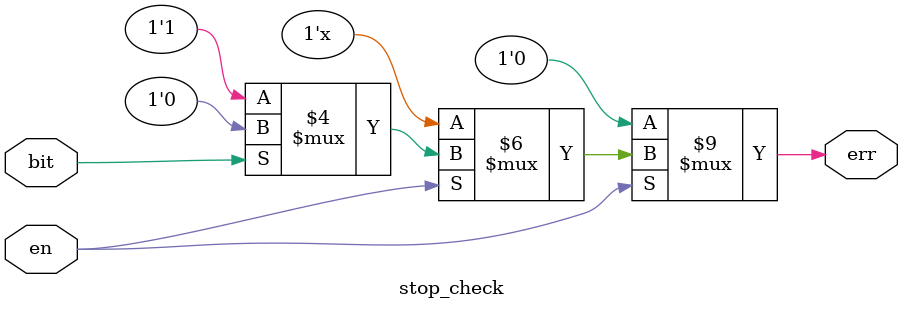
<source format=v>
module stop_check (
  input en,
  input bit,
  output reg err
  );
  
  always @ (*)
   begin
     if (en)
       begin
         if (bit)
          err = 0;
         else
          err = 1;
        end
     else
       err = 0;
   end
   
endmodule

</source>
